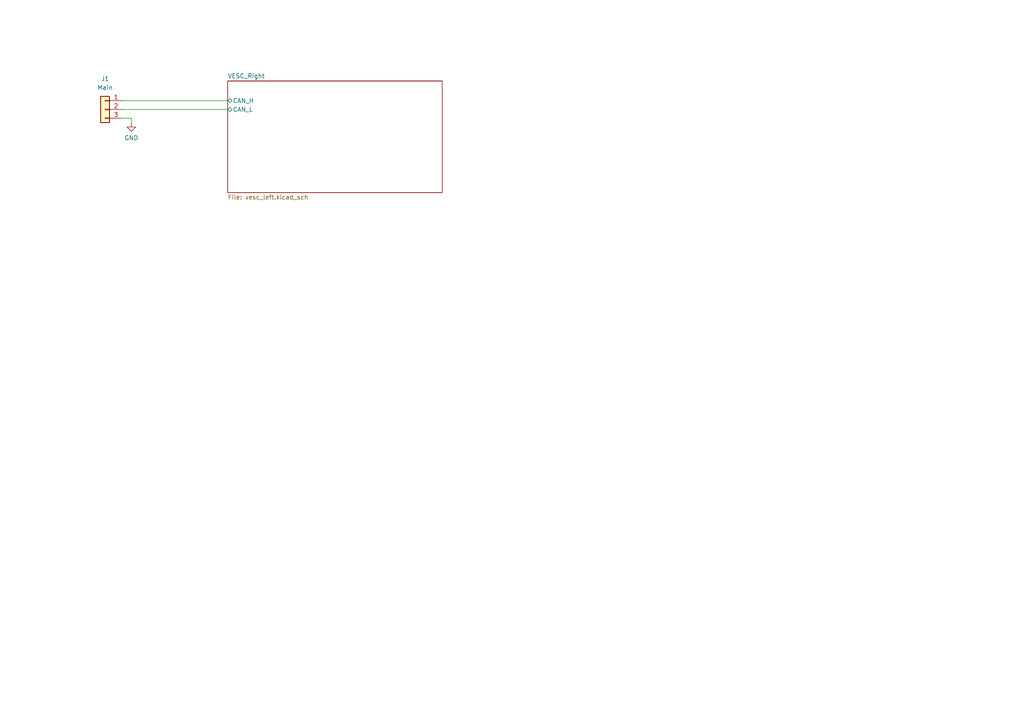
<source format=kicad_sch>
(kicad_sch (version 20230121) (generator eeschema)
  (paper "A4")
  (lib_symbols
    (symbol "Connector_Generic:Conn_01x03" (pin_names (offset 1.016) hide)
      (property "Reference" "J" (at 0 5.08 0))
      (property "Value" "Conn_01x03" (at 0 -5.08 0))
      (symbol "Conn_01x03_1_1"
        (rectangle (start -1.27 -2.413) (end 0 -2.667) (stroke (width 0.1524)))
        (rectangle (start -1.27 0.127) (end 0 -0.127) (stroke (width 0.1524)))
        (rectangle (start -1.27 2.667) (end 0 2.413) (stroke (width 0.1524)))
        (rectangle (start -1.27 3.81) (end 1.27 -3.81) (stroke (width 0.254)) (fill (type background)))
        (pin passive line (at -5.08 2.54 0) (length 3.81) (name "Pin_1") (number "1"))
        (pin passive line (at -5.08 0 0) (length 3.81) (name "Pin_2") (number "2"))
        (pin passive line (at -5.08 -2.54 0) (length 3.81) (name "Pin_3") (number "3"))
      )
    )
    (symbol "power:GND" (power) (pin_names (offset 0))
      (property "Value" "GND" (at 0 -3.81 0))
      (symbol "GND_0_1"
        (polyline (pts (xy 0 0) (xy 0 -1.27) (xy 1.27 -1.27) (xy 0 -2.54) (xy -1.27 -1.27) (xy 0 -1.27)))
      )
      (symbol "GND_1_1"
        (pin power_in line (at 0 0 270) (length 0) hide (name "GND") (number "1"))
      )
    )
  )
  (wire (pts (xy 35.56 31.75) (xy 66.04 31.75)))
  (wire (pts (xy 35.56 34.29) (xy 38.1 34.29)))
  (wire (pts (xy 38.1 34.29) (xy 38.1 35.56)))
  (wire (pts (xy 35.56 29.21) (xy 66.04 29.21)))
  (symbol (lib_id "power:GND") (at 38.1 35.56 0) (unit 1)
    (property "Reference" "#PWR01" (effects hide))
    (property "Value" "GND" (at 38.1 40.005 0))
  )
  (symbol (lib_id "Connector_Generic:Conn_01x03") (at 30.48 31.75 0) (mirror y) (unit 1)
    (property "Reference" "J1" (at 30.48 22.86 0))
    (property "Value" "Main" (at 30.48 25.4 0))
    (property "Footprint" "Connector_PinSocket_2.54mm:PinSocket_1x03_P2.54mm_Vertical" (effects hide))
  )
  (sheet (at 66.04 23.495) (size 62.23 32.385) (stroke (width 0.1524))
    (property "Sheetname" "VESC_Right" (at 66.04 22.7834 0) (effects (justify left bottom)))
    (property "Sheetfile" "vesc_left.kicad_sch" (at 66.04 56.4646 0) (effects (justify left top)))
    (pin "CAN_L" bidirectional (at 66.04 31.75 180))
    (pin "CAN_H" bidirectional (at 66.04 29.21 180))
  )
)
</source>
